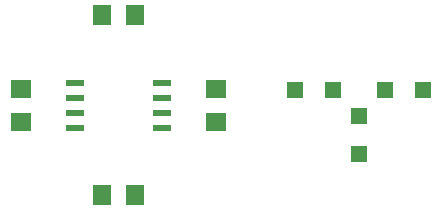
<source format=gtp>
G75*
%MOIN*%
%OFA0B0*%
%FSLAX24Y24*%
%IPPOS*%
%LPD*%
%AMOC8*
5,1,8,0,0,1.08239X$1,22.5*
%
%ADD10R,0.0551X0.0551*%
%ADD11R,0.0709X0.0630*%
%ADD12R,0.0630X0.0709*%
%ADD14R,0.0591X0.0236*%
D10*
X020970Y009600D03*
X022230Y009600D03*
X023100Y008730D03*
X023970Y009600D03*
X025230Y009600D03*
X023100Y007470D03*
D11*
X018350Y008549D03*
X018350Y009651D03*
X011850Y009651D03*
X011850Y008549D03*
D12*
X014549Y006100D03*
X015651Y006100D03*
X015651Y012100D03*
X014549Y012100D03*
D14*
X013643Y009850D03*
X013643Y009350D03*
X013643Y008850D03*
X013643Y008350D03*
X016551Y008350D03*
X016551Y008850D03*
X016551Y009350D03*
X016551Y009850D03*
M02*

</source>
